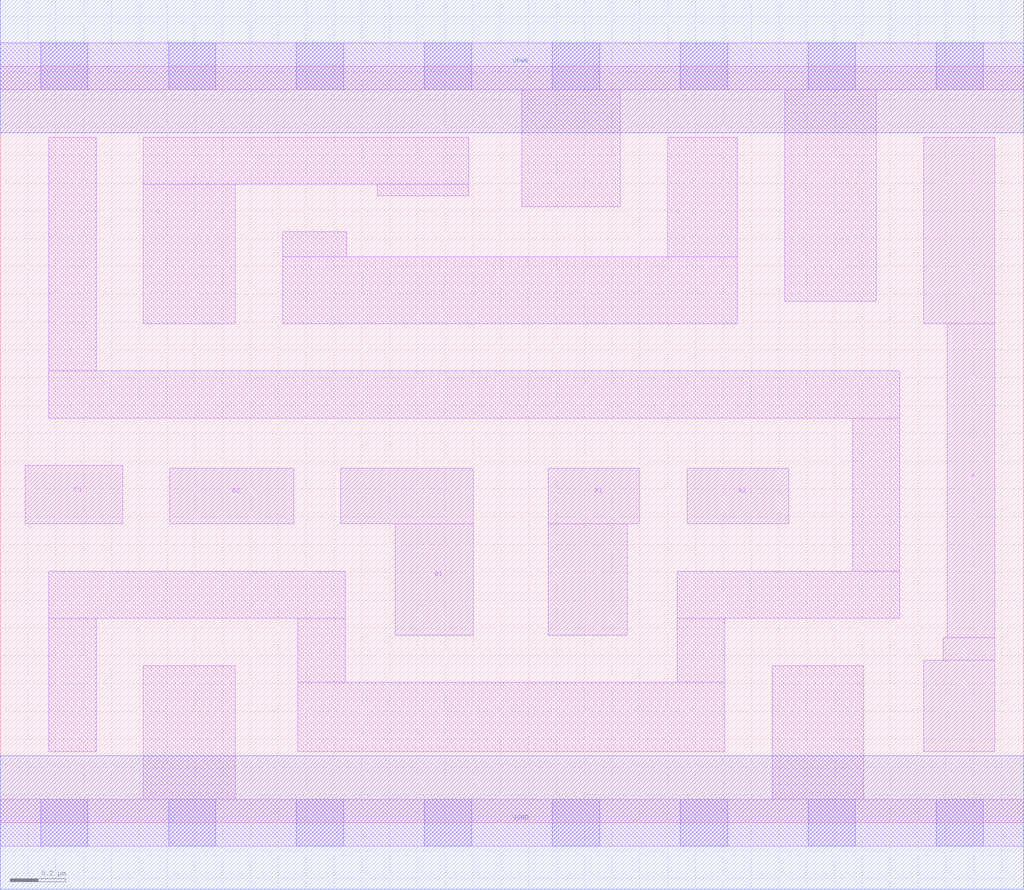
<source format=lef>
# Copyright 2020 The SkyWater PDK Authors
#
# Licensed under the Apache License, Version 2.0 (the "License");
# you may not use this file except in compliance with the License.
# You may obtain a copy of the License at
#
#     https://www.apache.org/licenses/LICENSE-2.0
#
# Unless required by applicable law or agreed to in writing, software
# distributed under the License is distributed on an "AS IS" BASIS,
# WITHOUT WARRANTIES OR CONDITIONS OF ANY KIND, either express or implied.
# See the License for the specific language governing permissions and
# limitations under the License.
#
# SPDX-License-Identifier: Apache-2.0

VERSION 5.7 ;
  NOWIREEXTENSIONATPIN ON ;
  DIVIDERCHAR "/" ;
  BUSBITCHARS "[]" ;
UNITS
  DATABASE MICRONS 200 ;
END UNITS
MACRO sky130_fd_sc_hd__a221o_1
  CLASS CORE ;
  FOREIGN sky130_fd_sc_hd__a221o_1 ;
  ORIGIN  0.000000  0.000000 ;
  SIZE  3.680000 BY  2.720000 ;
  SYMMETRY X Y R90 ;
  SITE unithd ;
  PIN A1
    ANTENNAGATEAREA  0.247500 ;
    DIRECTION INPUT ;
    USE SIGNAL ;
    PORT
      LAYER li1 ;
        RECT 1.970000 0.675000 2.255000 1.075000 ;
        RECT 1.970000 1.075000 2.300000 1.275000 ;
    END
  END A1
  PIN A2
    ANTENNAGATEAREA  0.247500 ;
    DIRECTION INPUT ;
    USE SIGNAL ;
    PORT
      LAYER li1 ;
        RECT 2.470000 1.075000 2.835000 1.275000 ;
    END
  END A2
  PIN B1
    ANTENNAGATEAREA  0.247500 ;
    DIRECTION INPUT ;
    USE SIGNAL ;
    PORT
      LAYER li1 ;
        RECT 1.225000 1.075000 1.700000 1.275000 ;
        RECT 1.420000 0.675000 1.700000 1.075000 ;
    END
  END B1
  PIN B2
    ANTENNAGATEAREA  0.247500 ;
    DIRECTION INPUT ;
    USE SIGNAL ;
    PORT
      LAYER li1 ;
        RECT 0.610000 1.075000 1.055000 1.275000 ;
    END
  END B2
  PIN C1
    ANTENNAGATEAREA  0.247500 ;
    DIRECTION INPUT ;
    USE SIGNAL ;
    PORT
      LAYER li1 ;
        RECT 0.090000 1.075000 0.440000 1.285000 ;
    END
  END C1
  PIN X
    ANTENNADIFFAREA  0.429000 ;
    DIRECTION OUTPUT ;
    USE SIGNAL ;
    PORT
      LAYER li1 ;
        RECT 3.320000 0.255000 3.575000 0.585000 ;
        RECT 3.320000 1.795000 3.575000 2.465000 ;
        RECT 3.390000 0.585000 3.575000 0.665000 ;
        RECT 3.405000 0.665000 3.575000 1.795000 ;
    END
  END X
  PIN VGND
    DIRECTION INOUT ;
    SHAPE ABUTMENT ;
    USE GROUND ;
    PORT
      LAYER met1 ;
        RECT 0.000000 -0.240000 3.680000 0.240000 ;
    END
  END VGND
  PIN VPWR
    DIRECTION INOUT ;
    SHAPE ABUTMENT ;
    USE POWER ;
    PORT
      LAYER met1 ;
        RECT 0.000000 2.480000 3.680000 2.960000 ;
    END
  END VPWR
  OBS
    LAYER li1 ;
      RECT 0.000000 -0.085000 3.680000 0.085000 ;
      RECT 0.000000  2.635000 3.680000 2.805000 ;
      RECT 0.175000  0.255000 0.345000 0.735000 ;
      RECT 0.175000  0.735000 1.240000 0.905000 ;
      RECT 0.175000  1.455000 3.235000 1.625000 ;
      RECT 0.175000  1.625000 0.345000 2.465000 ;
      RECT 0.515000  0.085000 0.845000 0.565000 ;
      RECT 0.515000  1.795000 0.845000 2.295000 ;
      RECT 0.515000  2.295000 1.685000 2.465000 ;
      RECT 1.015000  1.795000 2.650000 2.035000 ;
      RECT 1.015000  2.035000 1.245000 2.125000 ;
      RECT 1.070000  0.255000 2.605000 0.505000 ;
      RECT 1.070000  0.505000 1.240000 0.735000 ;
      RECT 1.355000  2.255000 1.685000 2.295000 ;
      RECT 1.875000  2.215000 2.230000 2.635000 ;
      RECT 2.400000  2.035000 2.650000 2.465000 ;
      RECT 2.435000  0.505000 2.605000 0.735000 ;
      RECT 2.435000  0.735000 3.235000 0.905000 ;
      RECT 2.775000  0.085000 3.105000 0.565000 ;
      RECT 2.820000  1.875000 3.150000 2.635000 ;
      RECT 3.065000  0.905000 3.235000 1.455000 ;
    LAYER mcon ;
      RECT 0.145000 -0.085000 0.315000 0.085000 ;
      RECT 0.145000  2.635000 0.315000 2.805000 ;
      RECT 0.605000 -0.085000 0.775000 0.085000 ;
      RECT 0.605000  2.635000 0.775000 2.805000 ;
      RECT 1.065000 -0.085000 1.235000 0.085000 ;
      RECT 1.065000  2.635000 1.235000 2.805000 ;
      RECT 1.525000 -0.085000 1.695000 0.085000 ;
      RECT 1.525000  2.635000 1.695000 2.805000 ;
      RECT 1.985000 -0.085000 2.155000 0.085000 ;
      RECT 1.985000  2.635000 2.155000 2.805000 ;
      RECT 2.445000 -0.085000 2.615000 0.085000 ;
      RECT 2.445000  2.635000 2.615000 2.805000 ;
      RECT 2.905000 -0.085000 3.075000 0.085000 ;
      RECT 2.905000  2.635000 3.075000 2.805000 ;
      RECT 3.365000 -0.085000 3.535000 0.085000 ;
      RECT 3.365000  2.635000 3.535000 2.805000 ;
  END
END sky130_fd_sc_hd__a221o_1
END LIBRARY

</source>
